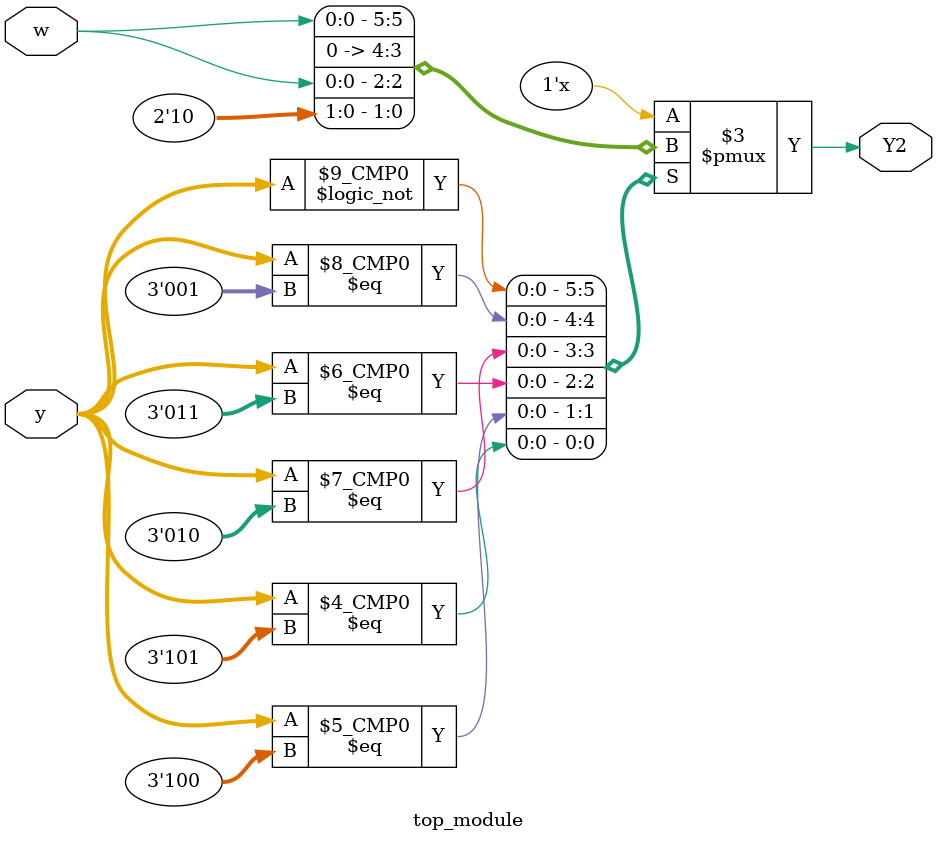
<source format=sv>
module top_module(
    input [3:1] y,
    input w,
    output reg Y2
);

always @(*) begin
    case (y)
        3'b000: // state A
            Y2 = w;
        3'b001: // state B
            Y2 = 1'b0;
        3'b010: // state C
            Y2 = 1'b0;
        3'b011: // state D
            Y2 = w;
        3'b100: // state E
            Y2 = 1'b1;
        3'b101: // state F
            Y2 = 1'b0;
        default:
            Y2 = 1'bx;
    endcase
end

endmodule

</source>
